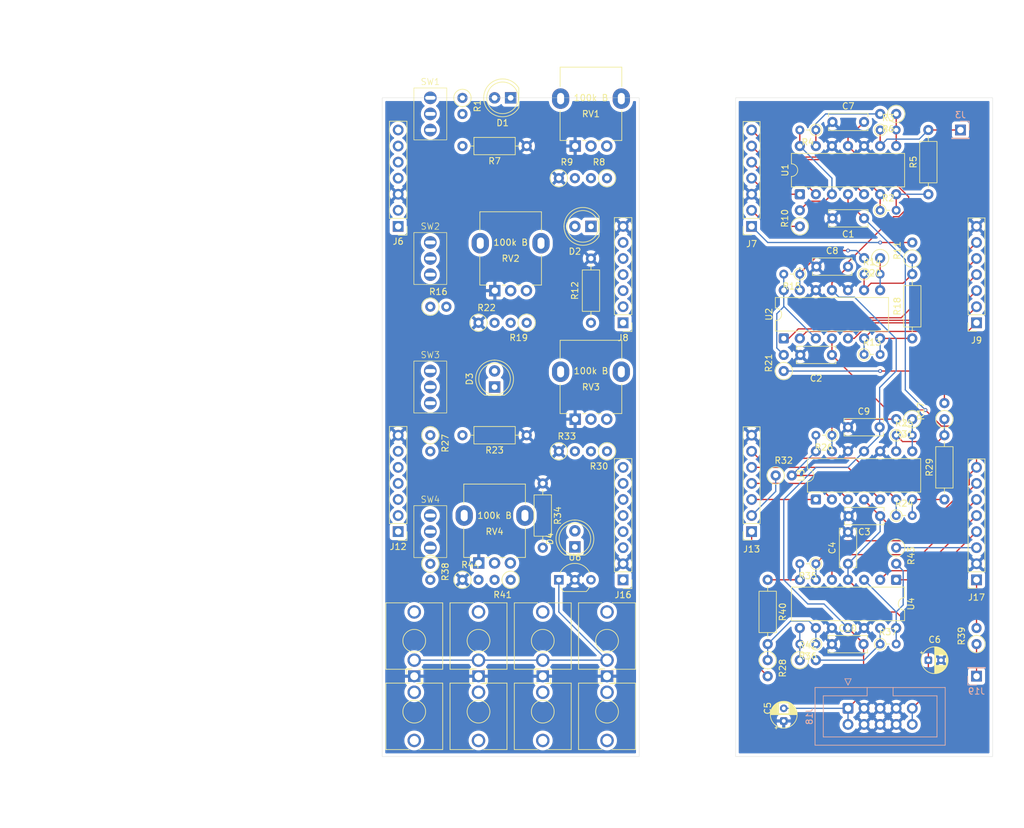
<source format=kicad_pcb>
(kicad_pcb (version 20241229) (generator "pcbnew") (generator_version "9.0")
  (layers (0 "F.Cu" signal) (2 "B.Cu" signal) (13 "F.Paste" user) (15 "B.Paste" user) (5 "F.SilkS" user "F.Silkscreen") (7 "B.SilkS" user "B.Silkscreen") (1 "F.Mask" user) (3 "B.Mask" user) (25 "Edge.Cuts" user))
  (net 0 "")
  (net 1 "Net-(R2-Pad2)")
  (net 2 "Net-(R3-Pad2)")
  (net 3 "GND")
  (net 4 "Net-(SW1-A)")
  (net 5 "+12V")
  (net 6 "-12V")
  (net 7 "Net-(SW1-B)")
  (net 8 "Net-(U1D--)")
  (net 9 "Net-(U1A-+)")
  (net 10 "Net-(SW2-A)")
  (net 11 "Net-(SW3-A)")
  (net 12 "Net-(SW4-A)")
  (net 13 "Net-(SW2-B)")
  (net 14 "Net-(U2D--)")
  (net 15 "Net-(U2A-+)")
  (net 16 "Net-(SW3-B)")
  (net 17 "Net-(U3D--)")
  (net 18 "Net-(U3A-+)")
  (net 19 "Net-(SW4-B)")
  (net 20 "Net-(U4D--)")
  (net 21 "Net-(U4A-+)")
  (net 22 "Net-(R13-Pad2)")
  (net 23 "Net-(R14-Pad2)")
  (net 24 "Net-(R24-Pad2)")
  (net 25 "Net-(R25-Pad2)")
  (net 26 "Net-(R35-Pad2)")
  (net 27 "Net-(R36-Pad2)")
  (net 28 "U1.2_FP")
  (net 29 "U1.1_FP")
  (net 30 "U2.2_BP")
  (net 31 "U2.1_BP")
  (net 32 "U3.2_BP")
  (net 33 "U3.1_BP")
  (net 34 "U4.1_BP")
  (net 35 "U4.2_BP")
  (net 36 "R11_FP")
  (net 37 "R10_FP")
  (net 38 "R21_BP")
  (net 39 "R17_BP")
  (net 40 "U1.5_FP")
  (net 41 "U1.6_FP")
  (net 42 "U1.5_BP")
  (net 43 "U1.1_BP")
  (net 44 "U1.6_BP")
  (net 45 "R10_BP")
  (net 46 "U1.2_BP")
  (net 47 "R11_BP")
  (net 48 "U2.5_BP")
  (net 49 "U2.6_BP")
  (net 50 "R32_BP")
  (net 51 "R28_BP")
  (net 52 "U3.5_BP")
  (net 53 "U3.6_BP")
  (net 54 "R43_BP")
  (net 55 "R39_BP")
  (net 56 "U4.6_BP")
  (net 57 "U4.5_BP")
  (net 58 "U2.2_FP")
  (net 59 "U2.1_FP")
  (net 60 "U3.2_FP")
  (net 61 "U3.1_FP")
  (net 62 "U4.1_FP")
  (net 63 "U4.2_FP")
  (net 64 "R21_FP")
  (net 65 "R17_FP")
  (net 66 "U2.5_FP")
  (net 67 "U2.6_FP")
  (net 68 "R32_FP")
  (net 69 "R28_FP")
  (net 70 "U3.5_FP")
  (net 71 "U3.6_FP")
  (net 72 "R43_FP")
  (net 73 "R39_FP")
  (net 74 "U4.6_FP")
  (net 75 "U4.5_FP")
  (net 76 "Net-(U2C--)")
  (net 77 "Net-(U3C--)")
  (net 78 "Net-(U4C--)")
  (net 79 "+5V_FP")
  (net 80 "GND_FP")
  (net 81 "+12V_FP")
  (net 82 "Net-(J3-Pin_1)")
  (net 83 "Net-(J19-Pin_1)")
  (footprint "Potentiometer_THT:Potentiometer_Alpha_RD901F-40-00D_Single_Vertical" (layer "F.Cu") (at 96.56 144.65 90)
    (property "Reference" "RV4")
    (property "Value" "100k B")
  )
  (footprint "Resistor_THT:R_Axial_DIN0207_L6.3mm_D2.5mm_P2.54mm_Vertical" (layer "F.Cu") (at 162.56 73.65 180)
    (property "Reference" "R6")
    (property "Value" "100k")
  )
  (footprint "Custom:Thonkiconn mono 3.5mm audio jack PCB spacing" (layer "F.Cu") (at 116.84 162.55)
    (property "Reference" "J15")
    (property "Value" "ch4 out")
  )
  (footprint "Resistor_THT:R_Axial_DIN0207_L6.3mm_D2.5mm_P2.54mm_Vertical" (layer "F.Cu") (at 109.22 83.81)
    (property "Reference" "R9")
    (property "Value" "22k")
  )
  (footprint "Connector_PinSocket_2.54mm:PinSocket_1x07_P2.54mm_Vertical" (layer "F.Cu") (at 139.7 91.43 180)
    (property "Reference" "J7")
    (property "Value" "Conn_01x07_Socket")
  )
  (footprint "LED_THT:LED_D5.0mm" (layer "F.Cu") (at 99.06 116.83 90)
    (property "Reference" "D3")
    (property "Value" "LED_Dual_Bidirectional")
  )
  (footprint "Custom:Thonkiconn mono 3.5mm audio jack PCB spacing" (layer "F.Cu") (at 86.36 162.55)
    (property "Reference" "J2")
    (property "Value" "ch1 out")
  )
  (footprint "Custom:Thonkiconn mono 3.5mm audio jack PCB spacing" (layer "F.Cu") (at 86.36 162.55 180)
    (property "Reference" "J1")
    (property "Value" "ch1 in")
  )
  (footprint "Custom:SMTS 102 SPDT PCB" (layer "F.Cu") (at 88.89608 96.51)
    (property "Reference" "SW2")
    (property "Value" "SW_SPST")
  )
  (footprint "Resistor_THT:R_Axial_DIN0204_L3.6mm_D1.6mm_P2.54mm_Vertical" (layer "F.Cu") (at 147.32 98.98 180)
    (property "Reference" "R15")
    (property "Value" "100k")
  )
  (footprint "Resistor_THT:R_Axial_DIN0207_L6.3mm_D2.5mm_P2.54mm_Vertical" (layer "F.Cu") (at 175.26 157.47 90)
    (property "Reference" "R39")
    (property "Value" "100k")
  )
  (footprint "Resistor_THT:R_Axial_DIN0207_L6.3mm_D2.5mm_P2.54mm_Vertical" (layer "F.Cu") (at 104.14 106.67 180)
    (property "Reference" "R19")
    (property "Value" "22k")
  )
  (footprint "Capacitor_THT:C_Disc_D6.0mm_W2.5mm_P5.00mm" (layer "F.Cu") (at 152.48 74.92)
    (property "Reference" "C7")
    (property "Value" "100n")
  )
  (footprint "Potentiometer_THT:Potentiometer_Alpha_RD901F-40-00D_Single_Vertical" (layer "F.Cu") (at 111.8 78.73 90)
    (property "Reference" "RV1")
    (property "Value" "100k B")
  )
  (footprint "Resistor_THT:R_Axial_DIN0207_L6.3mm_D2.5mm_P10.16mm_Horizontal" (layer "F.Cu") (at 142.24 147.31 -90)
    (property "Reference" "R40")
    (property "Value" "100k")
  )
  (footprint "Resistor_THT:R_Axial_DIN0207_L6.3mm_D2.5mm_P2.54mm_Vertical" (layer "F.Cu") (at 147.32 160.01)
    (property "Reference" "R42")
    (property "Value" "100k")
  )
  (footprint "Capacitor_THT:C_Disc_D6.0mm_W2.5mm_P5.00mm" (layer "F.Cu") (at 154.94 144.77 90)
    (property "Reference" "C4")
    (property "Value" "100n")
  )
  (footprint "Package_DIP:DIP-14_W7.62mm" (layer "F.Cu") (at 162.56 147.31 -90)
    (property "Reference" "U4")
    (property "Value" "LM324")
  )
  (footprint "Capacitor_THT:C_Disc_D6.0mm_W2.5mm_P5.00mm" (layer "F.Cu") (at 149.94 97.79)
    (property "Reference" "C8")
    (property "Value" "100n")
  )
  (footprint "Resistor_THT:R_Axial_DIN0207_L6.3mm_D2.5mm_P2.54mm_Vertical" (layer "F.Cu") (at 170.18 121.91 90)
    (property "Reference" "R17")
    (property "Value" "100k")
  )
  (footprint "Custom:Thonkiconn mono 3.5mm audio jack PCB spacing" (layer "F.Cu") (at 116.84 162.55 180)
    (property "Reference" "J14")
    (property "Value" "ch4 in")
  )
  (footprint "LED_THT:LED_D5.0mm" (layer "F.Cu") (at 101.6 71.11 180)
    (property "Reference" "D1")
    (property "Value" "LED_Dual_Bidirectional")
  )
  (footprint "Capacitor_THT:C_Disc_D6.0mm_W2.5mm_P5.00mm" (layer "F.Cu") (at 152.4 111.76 180)
    (property "Reference" "C2")
    (property "Value" "100n")
  )
  (footprint "Connector_PinSocket_2.54mm:PinSocket_1x07_P2.54mm_Vertical" (layer "F.Cu") (at 139.7 139.69 180)
    (property "Reference" "J13")
    (property "Value" "Conn_01x07_Socket")
  )
  (footprint "Connector_PinSocket_2.54mm:PinSocket_1x07_P2.54mm_Vertical" (layer "F.Cu") (at 175.26 106.67 180)
    (property "Reference" "J9")
    (property "Value" "Conn_01x07_Socket")
  )
  (footprint "Resistor_THT:R_Axial_DIN0204_L3.6mm_D1.6mm_P2.54mm_Vertical" (layer "F.Cu") (at 160.02 88.89)
    (property "Reference" "R2")
    (property "Value" "100k")
  )
  (footprint "Resistor_THT:R_Axial_DIN0207_L6.3mm_D2.5mm_P2.54mm_Vertical" (layer "F.Cu") (at 160.02 96.44 180)
    (property "Reference" "R20")
    (property "Value" "100k")
  )
  (footprint "Resistor_THT:R_Axial_DIN0204_L3.6mm_D1.6mm_P2.54mm_Vertical" (layer "F.Cu") (at 160.02 157.47)
    (property "Reference" "R37")
    (property "Value" "100k")
  )
  (footprint "Custom:Thonkiconn mono 3.5mm audio jack PCB spacing" (layer "F.Cu") (at 96.52 162.55 180)
    (property "Reference" "J4")
    (property "Value" "ch2 in")
  )
  (footprint "Resistor_THT:R_Axial_DIN0204_L3.6mm_D1.6mm_P2.54mm_Vertical" (layer "F.Cu") (at 160.02 76.19)
    (property "Reference" "R3")
    (property "Value" "100k")
  )
  (footprint "Resistor_THT:R_Axial_DIN0204_L3.6mm_D1.6mm_P2.54mm_Vertical" (layer "F.Cu") (at 157.48 98.98)
    (property "Reference" "R14")
    (property "Value" "100k")
  )
  (footprint "Resistor_THT:R_Axial_DIN0204_L3.6mm_D1.6mm_P2.54mm_Vertical" (layer "F.Cu") (at 152.4 124.45 180)
    (property "Reference" "R26")
    (property "Value" "100k")
  )
  (footprint "Custom:Thonkiconn mono 3.5mm audio jack PCB spacing" (layer "F.Cu") (at 106.68 162.55)
    (property "Reference" "J11")
    (property "Value" "ch3 out")
  )
  (footprint "Package_TO_SOT_THT:TO-92_Inline_Wide" (layer "F.Cu") (at 109.22 147.31)
    (property "Reference" "U6")
    (property "Value" "LM78L05_TO92")
  )
  (footprint "Capacitor_THT:CP_Radial_D4.0mm_P2.00mm" (layer "F.Cu") (at 167.64 160.02)
    (property "Reference" "C6")
    (property "Value" "10n")
  )
  (footprint "Resistor_THT:R_Axial_DIN0207_L6.3mm_D2.5mm_P2.54mm_Vertical" (layer "F.Cu") (at 88.9 144.77 -90)
    (property "Reference" "R38")
    (property "Value" "100k")
  )
  (footprint "Resistor_THT:R_Axial_DIN0207_L6.3mm_D2.5mm_P10.16mm_Horizontal" (layer "F.Cu") (at 165.1 109.14 90)
    (property "Reference" "R18")
    (property "Value" "100k")
  )
  (footprint "Connector_PinHeader_2.54mm:PinHeader_1x07_P2.54mm_Vertical" (layer "F.Cu") (at 119.38 106.67 180)
    (property "Reference" "J8")
    (property "Value" "Conn_01x07_Pin")
  )
  (footprint "Resistor_THT:R_Axial_DIN0204_L3.6mm_D1.6mm_P2.54mm_Vertical" (layer "F.Cu") (at 149.86 157.47 180)
    (property "Reference" "R36")
    (property "Value" "100k")
  )
  (footprint "Potentiometer_THT:Potentiometer_Alpha_RD901F-40-00D_Single_Vertical" (layer "F.Cu") (at 111.8 121.91 90)
    (property "Reference" "RV3")
    (property "Value" "100k B")
  )
  (footprint "Resistor_THT:R_Axial_DIN0207_L6.3mm_D2.5mm_P10.16mm_Horizontal" (layer "F.Cu") (at 106.68 132.07 -90)
    (property "Reference" "R34")
    (property "Value" "470")
  )
  (footprint "Resistor_THT:R_Axial_DIN0207_L6.3mm_D2.5mm_P2.54mm_Vertical" (layer "F.Cu") (at 165.1 96.52 90)
    (property "Reference" "R11")
    (property "Value" "100k")
  )
  (footprint "Capacitor_THT:CP_Radial_D4.0mm_P2.00mm" (layer "F.Cu") (at 144.78 169.63 90)
    (property "Reference" "C5")
    (property "Value" "10n")
  )
  (footprint "Custom:Thonkiconn mono 3.5mm audio jack PCB spacing" (layer "F.Cu") (at 96.52 162.55)
    (property "Reference" "J5")
    (property "Value" "ch2 out")
  )
  (footprint "Resistor_THT:R_Axial_DIN0207_L6.3mm_D2.5mm_P10.16mm_Horizontal" (layer "F.Cu") (at 114.3 96.51 -90)
    (property "Reference" "R12")
    (property "Value" "470")
  )
  (footprint "Resistor_THT:R_Axial_DIN0207_L6.3mm_D2.5mm_P2.54mm_Vertical" (layer "F.Cu") (at 93.98 71.12 -90)
    (property "Reference" "R1")
    (property "Value" "100k")
  )
  (footprint "Resistor_THT:R_Axial_DIN0207_L6.3mm_D2.5mm_P2.54mm_Vertical" (layer "F.Cu") (at 143.51 130.81)
    (property "Reference" "R32")
    (property "Value" "1k")
  )
  (footprint "Resistor_THT:R_Axial_DIN0207_L6.3mm_D2.5mm_P2.54mm_Vertical" (layer "F.Cu") (at 88.9 124.45 -90)
    (property "Reference" "R27")
    (property "Value" "100k")
  )
  (footprint "Resistor_THT:R_Axial_DIN0207_L6.3mm_D2.5mm_P10.16mm_Horizontal" (layer "F.Cu") (at 170.18 134.61 90)
    (property "Reference" "R29")
    (property "Value" "100k")
  )
  (footprint "Connector_PinHeader_2.54mm:PinHeader_1x07_P2.54mm_Vertical" (layer "F.Cu") (at 83.82 91.43 180)
    (property "Reference" "J6")
    (property "Value" "Conn_01x07_Pin")
  )
  (footprint "Resistor_THT:R_Axial_DIN0207_L6.3mm_D2.5mm_P10.16mm_Horizontal" (layer "F.Cu") (at 104.14 124.45 180)
    (property "Reference" "R23")
    (property "Value" "470")
  )
  (footprint "Package_DIP:DIP-14_W7.62mm" (layer "F.Cu") (at 144.78 109.14 90)
    (property "Reference" "U2")
    (property "Value" "LM324")
  )
  (footprint "Package_DIP:DIP-14_W7.62mm" (layer "F.Cu") (at 147.32 86.35 90)
    (property "Reference" "U1")
    (property "Value" "LM324")
  )
  (footprint "Resistor_THT:R_Axial_DIN0207_L6.3mm_D2.5mm_P2.54mm_Vertical" (layer "F.Cu") (at 144.78 114.3 90)
    (property "Reference" "R21")
    (property "Value" "1k")
  )
  (footprint "Resistor_THT:R_Axial_DIN0207_L6.3mm_D2.5mm_P10.16mm_Horizontal" (layer "F.Cu") (at 104.14 78.73 180)
    (property "Reference" "R7")
    (property "Value" "470")
  )
  (footprint "LED_THT:LED_D5.0mm" (layer "F.Cu") (at 114.3 91.43 180)
    (property "Reference" "D2")
    (property "Value" "LED_Dual_Bidirectional")
  )
  (footprint "Potentiometer_THT:Potentiometer_Alpha_RD901F-40-00D_Single_Vertical" (layer "F.Cu") (at 99.1 101.59 90)
    (property "Reference" "RV2")
    (property "Value" "100k B")
  )
  (footprint "Custom:SMTS 102 SPDT PCB" (layer "F.Cu") (at 88.9 73.65)
    (property "Reference" "SW1")
    (property "Value" "SW_SPST")
  )
  (footprint "Resistor_THT:R_Axial_DIN0207_L6.3mm_D2.5mm_P2.54mm_Vertical" (layer "F.Cu") (at 116.84 126.99 180)
    (property "Reference" "R30")
    (property "Value" "22k")
  )
  (footprint "Custom:Thonkiconn mono 3.5mm audio jack PCB spacing" (layer "F.Cu") (at 106.68 162.55 180)
    (property "Reference" "J10")
    (property "Value" "ch3 in")
  )
  (footprint "Connector_PinSocket_2.54mm:PinSocket_1x08_P2.54mm_Vertical" (layer "F.Cu") (at 175.26 147.31 180)
    (property "Reference" "J17")
    (property "Value" "Conn_01x08_Socket")
  )
  (footprint "Resistor_THT:R_Axial_DIN0204_L3.6mm_D1.6mm_P2.54mm_Vertical" (layer "F.Cu") (at 162.56 137.15)
    (property "Reference" "R24")
    (property "Value" "100k")
  )
  (footprint "Custom:SMTS 102 SPDT PCB" (layer "F.Cu") (at 88.89608 139.69)
    (property "Reference" "SW4")
    (property "Value" "SW_SPST")
  )
  (footprint "Resistor_THT:R_Axial_DIN0207_L6.3mm_D2.5mm_P2.54mm_Vertical" (layer "F.Cu") (at 109.22 126.99)
    (property "Reference" "R33")
    (property "Value" "22k")
  )
  (footprint "LED_THT:LED_D5.0mm" (layer "F.Cu") (at 111.76 142.11 90)
    (property "Reference" "D4")
    (property "Value" "LED_Dual_Bidirectional")
  )
  (footprint "Resistor_THT:R_Axial_DIN0204_L3.6mm_D1.6mm_P2.54mm_Vertical" (layer "F.Cu") (at 162.56 124.45)
    (property "Reference" "R25")
    (property "Value" "100k")
  )
  (footprint "Resistor_THT:R_Axial_DIN0207_L6.3mm_D2.5mm_P2.54mm_Vertical" (layer "F.Cu") (at 116.84 83.81 180)
    (property "Reference" "R8")
    (property "Value" "22k")
  )
  (footprint "Resistor_THT:R_Axial_DIN0204_L3.6mm_D1.6mm_P2.54mm_Vertical" (layer "F.Cu") (at 149.86 76.19 180)
    (property "Reference" "R4")
    (property "Value" "100k")
  )
  (footprint "Custom:SMTS 102 SPDT PCB" (layer "F.Cu") (at 88.89608 116.83)
    (property "Reference" "SW3")
    (property "Value" "SW_SPST")
  )
  (footprint "Connector_PinHeader_2.54mm:PinHeader_1x07_P2.54mm_Vertical" (layer "F.Cu") (at 83.82 139.69 180)
    (property "Reference" "J12")
    (property "Value" "Conn_01x07_Pin")
  )
  (footprint "Resistor_THT:R_Axial_DIN0204_L3.6mm_D1.6mm_P2.54mm_Vertical" (layer "F.Cu") (at 149.86 144.77 180)
    (property "Reference" "R35")
    (property "Value" "100k")
  )
  (footprint "Capacitor_THT:C_Disc_D6.0mm_W2.5mm_P5.00mm" (layer "F.Cu") (at 160.02 137.23 180)
    (property "Reference" "C3")
    (property "Value" "100n")
  )
  (footprint "Package_DIP:DIP-14_W7.62mm" (layer "F.Cu") (at 149.86 134.61 90)
    (property "Reference" "U3")
    (property "Value" "LM324")
  )
  (footprint "Resistor_THT:R_Axial_DIN0207_L6.3mm_D2.5mm_P2.54mm_Vertical" (layer "F.Cu") (at 101.6 147.31 180)
    (property "Reference" "R41")
    (property "Value" "22k")
  )
  (footprint "Resistor_THT:R_Axial_DIN0207_L6.3mm_D2.5mm_P10.16mm_Horizontal" (layer "F.Cu") (at 167.64 86.35 90)
    (property "Reference" "R5")
    (property "Value" "100k")
  )
  (footprint "Capacitor_THT:C_Disc_D6.0mm_W2.5mm_P5.00mm" (layer "F.Cu") (at 152.4 157.48)
    (property "Reference" "C10")
    (property "Value" "100n")
  )
  (footprint "Resistor_THT:R_Axial_DIN0207_L6.3mm_D2.5mm_P2.54mm_Vertical" (layer "F.Cu") (at 88.9 104.13)
    (property "Reference" "R16")
    (property "Value" "100k")
  )
  (footprint "Resistor_THT:R_Axial_DIN0207_L6.3mm_D2.5mm_P2.54mm_Vertical" (layer "F.Cu") (at 96.52 106.67)
    (property "Reference" "R22")
    (property "Value" "22k")
  )
  (footprint "Resistor_THT:R_Axial_DIN0207_L6.3mm_D2.5mm_P2.54mm_Vertical" (layer "F.Cu") (at 147.32 91.43 90)
    (property "Reference" "R10")
    (property "Value" "1k")
  )
  (footprint "Resistor_THT:R_Axial_DIN0207_L6.3mm_D2.5mm_P2.54mm_Vertical" (layer "F.Cu") (at 93.98 147.31)
    (property "Reference" "R44")
    (property "Value" "22k")
  )
  (footprint "Capacitor_THT:C_Disc_D6.0mm_W2.5mm_P5.00mm" (layer "F.Cu") (at 157.48 90.16 180)
    (property "Reference" "C1")
    (property "Value" "100n")
  )
  (footprint "Capacitor_THT:C_Disc_D6.0mm_W2.5mm_P5.00mm" (layer "F.Cu") (at 154.94 123.18)
    (property "Reference" "C9")
    (property "Value" "100n")
  )
  (footprint "Connector_PinHeader_2.54mm:PinHeader_1x08_P2.54mm_Vertical" (layer "F.Cu") (at 119.38 147.31 180)
    (property "Reference" "J16")
    (property "Value" "Conn_01x08_Pin")
  )
  (footprint "Resistor_THT:R_Axial_DIN0207_L6.3mm_D2.5mm_P2.54mm_Vertical" (layer "F.Cu") (at 165.1 121.91 180)
    (property "Reference" "R31")
    (property "Value" "100k")
  )
  (footprint "Resistor_THT:R_Axial_DIN0207_L6.3mm_D2.5mm_P2.54mm_Vertical" (layer "F.Cu") (at 142.24 160.01 -90)
    (property "Reference" "R28")
    (property "Value" "100k")
  )
  (footprint "Resistor_THT:R_Axial_DIN0207_L6.3mm_D2.5mm_P2.54mm_Vertical" (layer "F.Cu") (at 162.56 142.23 -90)
    (property "Reference" "R43")
    (property "Value" "1k")
  )
  (footprint "Resistor_THT:R_Axial_DIN0204_L3.6mm_D1.6mm_P2.54mm_Vertical" (layer "F.Cu") (at 157.48 111.68)
    (property "Reference" "R13")
    (property "Value" "100k")
  )
  (footprint "Connector_PinHeader_2.54mm:PinHeader_1x01_P2.54mm_Vertical" (layer "B.Cu") (at 172.72 76.19 180)
    (property "Reference" "J3")
    (property "Value" "Daisy in")
  )
  (footprint "Connector_PinHeader_2.54mm:PinHeader_1x01_P2.54mm_Vertical" (layer "B.Cu") (at 175.26 162.55)
    (property "Reference" "J19")
    (property "Value" "Daisy out")
  )
  (footprint "Connector_IDC:IDC-Header_2x05_P2.54mm_Vertical" (layer "B.Cu") (at 154.94 167.63 -90)
    (property "Reference" "J18")
    (property "Value" "Conn_02x05_Odd_Even")
  )
  (gr_rect (start 81.28 71.11) (end 121.92 175.25) (stroke (width 0.05)) (fill no) (layer "Edge.Cuts"))
  (gr_rect (start 137.16 71.11) (end 177.8 175.25) (stroke (width 0.05)) (fill no) (layer "Edge.Cuts"))
  (segment (start 162.56 86.35) (end 162.56 88.89) (width 0.2) (layer "F.Cu") (net 1))
  (segment (start 167.64 86.35) (end 162.56 86.35) (width 0.2) (layer "B.Cu") (net 1))
  (segment (start 162.56 76.19) (end 162.56 78.73) (width 0.2) (layer "F.Cu") (net 2))
  (segment (start 162.56 73.65) (end 162.56 76.19) (width 0.2) (layer "F.Cu") (net 2))
  (segment (start 152.4 109.14) (end 152.4 111.76) (width 0.2) (layer "F.Cu") (net 5))
  (segment (start 175.26 127) (end 175.26 129.53) (width 0.2) (layer "F.Cu") (net 5))
  (segment (start 175.26 129.53) (end 174.109 130.681) (width 0.2) (layer "F.Cu") (net 5))
  (segment (start 169.72395 123.011) (end 171.271 123.011) (width 0.2) (layer "F.Cu") (net 5))
  (segment (start 167.64 160.02) (end 167.64 157.48) (width 0.2) (layer "F.Cu") (net 5))
  (segment (start 167.64 157.48) (end 162.56 152.4) (width 0.2) (layer "F.Cu") (net 5))
  (segment (start 154.94 86.35) (end 154.94 87.62) (width 0.2) (layer "F.Cu") (net 5))
  (segment (start 167.64 165.09) (end 167.64 160.02) (width 0.2) (layer "F.Cu") (net 5))
  (segment (start 152.4 111.76) (end 161.111 120.471) (width 0.2) (layer "F.Cu") (net 5))
  (segment (start 154.94 87.62) (end 157.48 90.16) (width 0.2) (layer "F.Cu") (net 5))
  (segment (start 160.02 137.23) (end 157.48 134.69) (width 0.2) (layer "F.Cu") (net 5))
  (segment (start 174.109 132.23805) (end 166.64705 139.7) (width 0.2) (layer "F.Cu") (net 5))
  (segment (start 162.49 139.7) (end 160.02 137.23) (width 0.2) (layer "F.Cu") (net 5))
  (segment (start 161.111 120.471) (end 167.18395 120.471) (width 0.2) (layer "F.Cu") (net 5))
  (segment (start 171.271 123.011) (end 175.26 127) (width 0.2) (layer "F.Cu") (net 5))
  (segment (start 167.18395 120.471) (end 169.72395 123.011) (width 0.2) (layer "F.Cu") (net 5))
  (segment (start 166.64705 139.7) (end 162.49 139.7) (width 0.2) (layer "F.Cu") (net 5))
  (segment (start 174.109 130.681) (end 174.109 132.23805) (width 0.2) (layer "F.Cu") (net 5))
  (segment (start 165.1 167.63) (end 167.64 165.09) (width 0.2) (layer "F.Cu") (net 5))
  (segment (start 162.56 152.4) (end 160.03 152.4) (width 0.2) (layer "F.Cu") (net 5))
  (segment (start 160.03 152.4) (end 154.94 147.31) (width 0.2) (layer "F.Cu") (net 5))
  (via (at 167.18395 120.471) (size 0.6) (drill 0.3) (layers "F.Cu" "B.Cu") (net 5))
  (segment (start 163.999 96.679) (end 163.999 117.28605) (width 0.2) (layer "B.Cu") (net 5))
  (segment (start 154.94 147.31) (end 154.94 144.77) (width 0.2) (layer "B.Cu") (net 5))
  (segment (start 165.1 170.17) (end 165.1 167.63) (width 0.2) (layer "B.Cu") (net 5))
  (segment (start 163.999 117.28605) (end 167.18395 120.471) (width 0.2) (layer "B.Cu") (net 5))
  (segment (start 157.48 90.16) (end 163.999 96.679) (width 0.2) (layer "B.Cu") (net 5))
  (segment (start 160.02 137.23) (end 160.02 139.69) (width 0.2) (layer "B.Cu") (net 5))
  (segment (start 160.02 139.69) (end 154.94 144.77) (width 0.2) (layer "B.Cu") (net 5))
  (segment (start 161.58205 83.815) (end 160.025 83.815) (width 0.2) (layer "F.Cu") (net 6))
  (segment (start 162.974628 89.891) (end 164.532814 88.332814) (width 0.2) (layer "F.Cu") (net 6))
  (segment (start 160.025 83.815) (end 154.94 78.73) (width 0.2) (layer "F.Cu") (net 6))
  (segment (start 162.145372 89.891) (end 162.974628 89.891) (width 0.2) (layer "F.Cu") (net 6))
  (segment (start 164.532814 88.332814) (end 164.532814 86.765764) (width 0.2) (layer "F.Cu") (net 6))
  (segment (start 154.94 78.73) (end 154.94 77.46) (width 0.2) (layer "F.Cu") (net 6))
  (segment (start 154.94 97.096372) (end 162.145372 89.891) (width 0.2) (layer "F.Cu") (net 6))
  (segment (start 154.94 154.93) (end 157.4 157.39) (width 0.2) (layer "F.Cu") (net 6))
  (segment (start 157.4 157.48) (end 157.4 165.17) (width 0.2) (layer "F.Cu") (net 6))
  (segment (start 157.4 157.39) (end 157.4 157.48) (width 0.2) (layer "F.Cu") (net 6))
  (segment (start 154.94 77.46) (end 157.48 74.92) (width 0.2) (layer "F.Cu") (net 6))
  (segment (start 164.532814 86.765764) (end 161.58205 83.815) (width 0.2) (layer "F.Cu") (net 6))
  (segment (start 152.4 101.52) (end 152.4 100.33) (width 0.2) (layer "F.Cu") (net 6))
  (segment (start 152.4 100.33) (end 154.94 97.79) (width 0.2) (layer "F.Cu") (net 6))
  (segment (start 157.4 165.17) (end 154.94 167.63) (width 0.2) (layer "F.Cu") (net 6))
  (segment (start 149.86 129.54) (end 144.78 134.62) (width 0.2) (layer "B.Cu") (net 6))
  (segment (start 155.961 102.621) (end 153.501 102.621) (width 0.2) (layer "B.Cu") (net 6))
  (segment (start 153.501 102.621) (end 152.4 101.52) (width 0.2) (layer "B.Cu") (net 6))
  (segment (start 162.56 114.3) (end 162.56 109.22) (width 0.2) (layer "B.Cu") (net 6))
  (segment (start 144.78 167.63) (end 154.94 167.63) (width 0.2) (layer "B.Cu") (net 6))
  (segment (start 151.14 151.13) (end 154.94 154.93) (width 0.2) (layer "B.Cu") (net 6))
  (segment (start 159.94 123.18) (end 159.94 124.53) (width 0.2) (layer "B.Cu") (net 6))
  (segment (start 144.78 147.32) (end 148.59 151.13) (width 0.2) (layer "B.Cu") (net 6))
  (segment (start 157.48 126.99) (end 154.93 129.54) (width 0.2) (layer "B.Cu") (net 6))
  (segment (start 159.94 124.53) (end 157.48 126.99) (width 0.2) (layer "B.Cu") (net 6))
  (segment (start 148.59 151.13) (end 151.14 151.13) (width 0.2) (layer "B.Cu") (net 6))
  (segment (start 159.94 123.18) (end 159.94 116.92) (width 0.2) (layer "B.Cu") (net 6))
  (segment (start 162.56 109.22) (end 155.961 102.621) (width 0.2) (layer "B.Cu") (net 6))
  (segment (start 154.93 129.54) (end 149.86 129.54) (width 0.2) (layer "B.Cu") (net 6))
  (segment (start 154.94 167.63) (end 154.94 170.17) (width 0.2) (layer "B.Cu") (net 6))
  (segment (start 144.78 134.62) (end 144.78 147.32) (width 0.2) (layer "B.Cu") (net 6))
  (segment (start 159.94 116.92) (end 162.56 114.3) (width 0.2) (layer "B.Cu") (net 6))
  (segment (start 149.86 76.19) (end 149.86 78.73) (width 0.2) (layer "F.Cu") (net 8))
  (segment (start 149.86 75.200051) (end 151.410051 73.65) (width 0.2) (layer "B.Cu") (net 8))
  (segment (start 151.410051 73.65) (end 160.02 73.65) (width 0.2) (layer "B.Cu") (net 8))
  (segment (start 149.86 76.19) (end 149.86 75.200051) (width 0.2) (layer "B.Cu") (net 8))
  (segment (start 151.299 87.451) (end 152.4 86.35) (width 0.2) (layer "F.Cu") (net 9))
  (segment (start 148.759 87.451) (end 151.299 87.451) (width 0.2) (layer "F.Cu") (net 9))
  (segment (start 147.32 76.19) (end 147.32 78.73) (width 0.2) (layer "F.Cu") (net 9))
  (segment (start 147.32 88.89) (end 148.759 87.451) (width 0.2) (layer "F.Cu") (net 9))
  (segment (start 152.4 83.81) (end 147.32 78.73) (width 0.2) (layer "B.Cu") (net 9))
  (segment (start 152.4 86.35) (end 152.4 83.81) (width 0.2) (layer "B.Cu") (net 9))
  (segment (start 147.32 98.98) (end 147.32 98.85295) (width 0.2) (layer "F.Cu") (net 14))
  (segment (start 150.92295 95.25) (end 154.94 95.25) (width 0.2) (layer "F.Cu") (net 14))
  (segment (start 147.32 98.85295) (end 150.92295 95.25) (width 0.2) (layer "F.Cu") (net 14))
  (via (at 154.94 95.25) (size 0.6) (drill 0.3) (layers "F.Cu" "B.Cu") (net 14))
  (segment (start 147.32 101.52) (end 147.32 98.98) (width 0.2) (layer "B.Cu") (net 14))
  (segment (start 154.94 95.25) (end 156.29 95.25) (width 0.2) (layer "B.Cu") (net 14))
  (segment (start 147.32 98.98) (end 147.32 97.990051) (width 0.2) (layer "B.Cu") (net 14))
  (segment (start 156.29 95.25) (end 157.48 96.44) (width 0.2) (layer "B.Cu") (net 14))
  (segment (start 144.78 104.06) (end 144.82 104.1) (width 0.2) (layer "B.Cu") (net 15))
  (segment (start 144.78 101.52) (end 144.78 104.06) (width 0.2) (layer "B.Cu") (net 15))
  (segment (start 144.78 98.98) (end 144.78 101.52) (width 0.2) (layer "B.Cu") (net 15))
  (segment (start 143.679 105.241) (end 144.82 104.1) (width 0.2) (layer "B.Cu") (net 15))
  (segment (start 144.82 104.1) (end 149.86 109.14) (width 0.2) (layer "B.Cu") (net 15))
  (segment (start 143.679 110.659) (end 143.679 105.241) (width 0.2) (layer "B.Cu") (net 15))
  (segment (start 144.78 111.76) (end 143.679 110.659) (width 0.2) (layer "B.Cu") (net 15))
  (segment (start 162.56 121.91) (end 153.68 121.91) (width 0.2) (layer "F.Cu") (net 17))
  (segment (start 152.4 123.19) (end 152.4 124.45) (width 0.2) (layer "F.Cu") (net 17))
  (segment (start 153.68 121.91) (end 152.4 123.19) (width 0.2) (layer "F.Cu") (net 17))
  (segment (start 152.4 126.99) (end 152.4 124.45) (width 0.2) (layer "B.Cu") (net 17))
  (segment (start 154.94 134.61) (end 151.14 130.81) (width 0.2) (layer "F.Cu") (net 18))
  (segment (start 151.14 130.81) (end 146.05 130.81) (width 0.2) (layer "F.Cu") (net 18))
  (segment (start 149.86 126.99) (end 149.86 124.45) (width 0.2) (layer "B.Cu") (net 18))
  (segment (start 149.86 126.99) (end 146.05 130.8) (width 0.2) (layer "B.Cu") (net 18))
  (segment (start 160.02 157.47) (end 160.02 154.93) (width 0.2) (layer "B.Cu") (net 20))
  (segment (start 157.48 160.01) (end 149.86 160.01) (width 0.2) (layer "B.Cu") (net 20))
  (segment (start 160.02 157.47) (end 157.48 160.01) (width 0.2) (layer "B.Cu") (net 20))
  (segment (start 162.56 154.93) (end 162.56 152.39) (width 0.2) (layer "B.Cu") (net 21))
  (segment (start 162.56 154.93) (end 162.56 157.47) (width 0.2) (layer "B.Cu") (net 21))
  (segment (start 163.661 151.289) (end 162.56 152.39) (width 0.2) (layer "B.Cu") (net 21))
  (segment (start 162.56 152.39) (end 157.48 147.31) (width 0.2) (layer "B.Cu") (net 21))
  (segment (start 162.56 144.77) (end 163.661 145.871) (width 0.2) (layer "B.Cu") (net 21))
  (segment (start 163.661 145.871) (end 163.661 151.289) (width 0.2) (layer "B.Cu") (net 21))
  (segment (start 160.02 109.14) (end 165.1 109.14) (width 0.2) (layer "F.Cu") (net 22))
  (segment (start 160.02 111.68) (end 160.02 109.14) (width 0.2) (layer "B.Cu") (net 22))
  (segment (start 160.02 96.44) (end 160.02 98.98) (width 0.2) (layer "F.Cu") (net 23))
  (segment (start 160.02 101.52) (end 160.02 98.98) (width 0.2) (layer "B.Cu") (net 23))
  (segment (start 165.1 134.61) (end 170.18 134.61) (width 0.2) (layer "F.Cu") (net 24))
  (segment (start 165.1 137.15) (end 165.1 134.61) (width 0.2) (layer "B.Cu") (net 24))
  (segment (start 165.1 121.91) (end 165.1 124.45) (width 0.2) (layer "B.Cu") (net 25))
  (segment (start 165.1 126.99) (end 165.1 124.45) (width 0.2) (layer "B.Cu") (net 25))
  (segment (start 147.32 147.31) (end 142.24 147.31) (width 0.2) (layer "F.Cu") (net 26))
  (segment (start 147.32 144.77) (end 147.32 147.31) (width 0.2) (layer "B.Cu") (net 26))
  (segment (start 147.32 160.01) (end 147.32 157.47) (width 0.2) (layer "B.Cu") (net 27))
  (segment (start 147.32 154.93) (end 147.32 157.47) (width 0.2) (layer "B.Cu") (net 27))
  (segment (start 147.32 109.14) (end 148.421 108.039) (width 0.2) (layer "F.Cu") (net 30))
  (segment (start 156.458264 108.039) (end 158.217265 106.28) (width 0.2) (layer "F.Cu") (net 30))
  (segment (start 158.217265 106.28) (end 165.49 106.28) (width 0.2) (layer "F.Cu") (net 30))
  (segment (start 165.49 106.28) (end 175.26 96.51) (width 0.2) (layer "F.Cu") (net 30))
  (segment (start 148.421 108.039) (end 156.458264 108.039) (width 0.2) (layer "F.Cu") (net 30))
  (segment (start 156.292578 107.639) (end 158.05158 105.88) (width 0.2) (layer "F.Cu") (net 31))
  (segment (start 144.78 109.14) (end 145.58 109.14) (width 0.2) (layer "F.Cu") (net 31))
  (segment (start 147.081 107.639) (end 156.292578 107.639) (width 0.2) (layer "F.Cu") (net 31))
  (segment (start 163.35 105.88) (end 175.26 93.97) (width 0.2) (layer "F.Cu") (net 31))
  (segment (start 158.05158 105.88) (end 163.35 105.88) (width 0.2) (layer "F.Cu") (net 31))
  (segment (start 145.58 109.14) (end 147.081 107.639) (width 0.2) (layer "F.Cu") (net 31))
  (segment (start 149.86 132.07) (end 139.7 132.07) (width 0.2) (layer "F.Cu") (net 32))
  (segment (start 152.4 134.61) (end 149.86 132.07) (width 0.2) (layer "F.Cu") (net 32))
  (segment (start 149.86 134.61) (end 139.7 134.61) (width 0.2) (layer "F.Cu") (net 33))
  (segment (start 162.56 147.31) (end 167.64 147.31) (width 0.2) (layer "F.Cu") (net 34))
  (segment (start 167.64 147.31) (end 175.26 139.69) (width 0.2) (layer "F.Cu") (net 34))
  (segment (start 175.26 137.15) (end 166.539 145.871) (width 0.2) (layer "F.Cu") (net 35))
  (segment (start 161.459 145.871) (end 160.02 147.31) (width 0.2) (layer "F.Cu") (net 35))
  (segment (start 166.539 145.871) (end 161.459 145.871) (width 0.2) (layer "F.Cu") (net 35))
  (segment (start 165.09 114.3) (end 175.26 104.13) (width 0.2) (layer "F.Cu") (net 38))
  (segment (start 160.02 114.3) (end 165.09 114.3) (width 0.2) (layer "F.Cu") (net 38))
  (via (at 160.02 114.3) (size 0.6) (drill 0.3) (layers "F.Cu" "B.Cu") (net 38))
  (segment (start 144.78 114.3) (end 160.02 114.3) (width 0.2) (layer "B.Cu") (net 38))
  (segment (start 170.18 111.75) (end 175.26 106.67) (width 0.2) (layer "F.Cu") (net 39))
  (segment (start 170.18 119.37) (end 170.18 111.75) (width 0.2) (layer "F.Cu") (net 39))
  (segment (start 152 80.87) (end 141.84 80.87) (width 0.2) (layer "F.Cu") (net 42))
  (segment (start 157.48 86.35) (end 152 80.87) (width 0.2) (layer "F.Cu") (net 42))
  (segment (start 141.84 80.87) (end 139.7 78.73) (width 0.2) (layer "F.Cu") (net 42))
  (segment (start 147.32 86.35) (end 142.24 86.35) (width 0.2) (layer "F.Cu") (net 43))
  (segment (start 142.24 86.35) (end 139.7 83.81) (width 0.2) (layer "F.Cu") (net 43))
  (segment (start 160.02 86.35) (end 154.14 80.47) (width 0.2) (layer "F.Cu") (net 44))
  (segment (start 160.02 88.89) (end 160.02 86.35) (width 0.2) (layer "F.Cu") (net 44))
  (segment (start 143.98 80.47) (end 139.7 76.19) (width 0.2) (layer "F.Cu") (net 44))
  (segment (start 154.14 80.47) (end 143.98 80.47) (width 0.2) (layer "F.Cu") (net 44))
  (segment (start 142.24 91.43) (end 139.7 88.89) (width 0.2) (layer "F.Cu") (net 45))
  (segment (start 147.32 91.43) (end 142.24 91.43) (width 0.2) (layer "F.Cu") (net 45))
  (segment (start 142.25 83.82) (end 139.7 81.27) (width 0.2) (layer "F.Cu") (net 46))
  (segment (start 149.86 86.35) (end 147.33 83.82) (width 0.2) (layer "F.Cu") (net 46))
  (segment (start 147.33 83.82) (end 142.25 83.82) (width 0.2) (layer "F.Cu") (net 46))
  (segment (start 160.02 93.98) (end 165.1 93.98) (width 0.2) (layer "F.Cu") (net 47))
  (via (at 160.02 93.98) (size 0.6) (drill 0.3) (layers "F.Cu" "B.Cu") (net 47))
  (segment (start 142.25 93.98) (end 160.02 93.98) (width 0.2) (layer "B.Cu") (net 47))
  (segment (start 139.7 91.43) (end 142.25 93.98) (width 0.2) (layer "B.Cu") (net 47))
  (segment (start 154.94 109.14) (end 155.92295 109.14) (width 0.2) (layer "F.Cu") (net 48))
  (segment (start 155.92295 109.14) (end 158.38295 106.68) (width 0.2) (layer "F.Cu") (net 48))
  (segment (start 167.63 106.68) (end 175.26 99.05) (width 0.2) (layer "F.Cu") (net 48))
  (segment (start 158.38295 106.68) (end 167.63 106.68) (width 0.2) (layer "F.Cu") (net 48))
  (segment (start 158.581 108.039) (end 168.811 108.039) (width 0.2) (layer "F.Cu") (net 49))
  (segment (start 168.811 108.039) (end 175.26 101.59) (width 0.2) (layer "F.Cu") (net 49))
  (segment (start 157.48 109.14) (end 158.581 108.039) (width 0.2) (layer "F.Cu") (net 49))
  (segment (start 157.48 109.14) (end 157.48 111.68) (width 0.2) (layer "B.Cu") (net 49))
  (segment (start 143.51 133.34) (end 139.7 137.15) (width 0.2) (layer "B.Cu") (net 50))
  (segment (start 143.51 130.81) (end 143.51 133.34) (width 0.2) (layer "B.Cu") (net 50))
  (segment (start 139.7 160.01) (end 139.7 139.69) (width 0.2) (layer "F.Cu") (net 51))
  (segment (start 142.24 162.55) (end 139.7 160.01) (width 0.2) (layer "F.Cu") (net 51))
  (segment (start 160.02 134.61) (end 154.94 129.53) (width 0.2) (layer "F.Cu") (net 52))
  (segment (start 154.94 129.53) (end 139.7 129.53) (width 0.2) (layer "F.Cu") (net 52))
  (segment (start 156.041 128.091) (end 162.56 134.61) (width 0.2) (layer "F.Cu") (net 53))
  (segment (start 140.801 128.091) (end 156.041 128.091) (width 0.2) (layer "F.Cu") (net 53))
  (segment (start 139.7 126.99) (end 140.801 128.091) (width 0.2) (layer "F.Cu") (net 53))
  (segment (start 162.56 134.61) (end 162.56 137.15) (width 0.2) (layer "B.Cu") (net 53))
  (segment (start 162.56 142.23) (end 175.26 142.23) (width 0.2) (layer "B.Cu") (net 54))
  (segment (start 175.26 154.93) (end 175.26 147.31) (width 0.2) (layer "F.Cu") (net 55))
  (segment (start 153.501 141.129) (end 166.201 141.129) (width 0.2) (layer "F.Cu") (net 56))
  (segment (start 166.201 141.129) (end 175.26 132.07) (width 0.2) (layer "F.Cu") (net 56))
  (segment (start 149.86 144.77) (end 153.501 141.129) (width 0.2) (layer "F.Cu") (net 56))
  (segment (start 149.86 147.31) (end 149.86 144.77) (width 0.2) (layer "B.Cu") (net 56))
  (segment (start 153.849 143.331) (end 152.4 144.78) (width 0.2) (layer "F.Cu") (net 57))
  (segment (start 175.26 134.61) (end 166.539 143.331) (width 0.2) (layer "F.Cu") (net 57))
  (segment (start 166.539 143.331) (end 153.849 143.331) (width 0.2) (layer "F.Cu") (net 57))
  (segment (start 152.4 144.78) (end 152.4 147.31) (width 0.2) (layer "F.Cu") (net 57))
  (segment (start 158.581 100.419) (end 163.661 100.419) (width 0.2) (layer "F.Cu") (net 76))
  (segment (start 163.661 100.419) (end 165.1 98.98) (width 0.2) (layer "F.Cu") (net 76))
  (segment (start 157.48 98.98) (end 157.48 101.52) (width 0.2) (layer "F.Cu") (net 76))
  (segment (start 157.48 101.52) (end 158.581 100.419) (width 0.2) (layer "F.Cu") (net 76))
  (segment (start 165.1 96.52) (end 165.1 98.98) (width 0.2) (layer "B.Cu") (net 76))
  (segment (start 163.561 125.451) (end 162.56 124.45) (width 0.2) (layer "F.Cu") (net 77))
  (segment (start 170.18 124.45) (end 169.179 125.451) (width 0.2) (layer "F.Cu") (net 77))
  (segment (start 169.179 125.451) (end 163.561 125.451) (width 0.2) (layer "F.Cu") (net 77))
  (segment (start 170.18 121.91) (end 170.18 124.45) (width 0.2) (layer "B.Cu") (net 77))
  (segment (start 162.56 124.45) (end 162.56 126.99) (width 0.2) (layer "B.Cu") (net 77))
  (segment (start 148.759 153.829) (end 149.86 154.93) (width 0.2) (layer "B.Cu") (net 78))
  (segment (start 149.86 157.47) (end 149.86 154.93) (width 0.2) (layer "B.Cu") (net 78))
  (segment (start 142.24 160.01) (end 142.24 157.47) (width 0.2) (layer "B.Cu") (net 78))
  (segment (start 142.24 157.47) (end 145.881 153.829) (width 0.2) (layer "B.Cu") (net 78))
  (segment (start 145.881 153.829) (end 148.759 153.829) (width 0.2) (layer "B.Cu") (net 78))
  (segment (start 109.22 152.39) (end 116.84 160.01) (width 0.2) (layer "B.Cu") (net 79))
  (segment (start 109.22 147.31) (end 109.22 152.39) (width 0.2) (layer "B.Cu") (net 79))
  (segment (start 116.84 160.01) (end 86.36 160.01) (width 0.2) (layer "B.Cu") (net 79))
  (segment (start 86.36 162.55) (end 116.84 162.55) (width 0.2) (layer "B.Cu") (net 80))
  (segment (start 172.72 76.19) (end 167.64 76.19) (width 0.2) (layer "F.Cu") (net 82))
  (segment (start 160.02 76.19) (end 160.02 78.73) (width 0.2) (layer "F.Cu") (net 82))
  (segment (start 160.02 78.73) (end 161.121 77.629) (width 0.2) (layer "B.Cu") (net 82))
  (segment (start 161.121 77.629) (end 166.201 77.629) (width 0.2) (layer "B.Cu") (net 82))
  (segment (start 166.201 77.629) (end 167.64 76.19) (width 0.2) (layer "B.Cu") (net 82))
  (segment (start 175.26 157.47) (end 175.26 162.55) (width 0.2) (layer "F.Cu") (net 83))
  (zone (net 80) (net_name "GND_FP") (layer "B.Cu") (priority 1) (connect_pads (clearance 0.5)) (min_thickness 0.25) (fill yes (thermal_gap 0.5) (thermal_bridge_width 0.5))
    (polygon (pts (xy 81.28 71.11) (xy 121.92 71.11) (xy 121.92 175.25) (xy 81.28 175.25)))
  )
  (zone (net 3) (net_name "GND") (layer "B.Cu") (connect_pads (clearance 0.5)) (min_thickness 0.25) (fill yes (thermal_gap 0.5) (thermal_bridge_width 0.5))
    (polygon (pts (xy 137.16 71.11) (xy 177.8 71.11) (xy 177.8 175.25) (xy 137.16 175.25)))
  )
)
</source>
